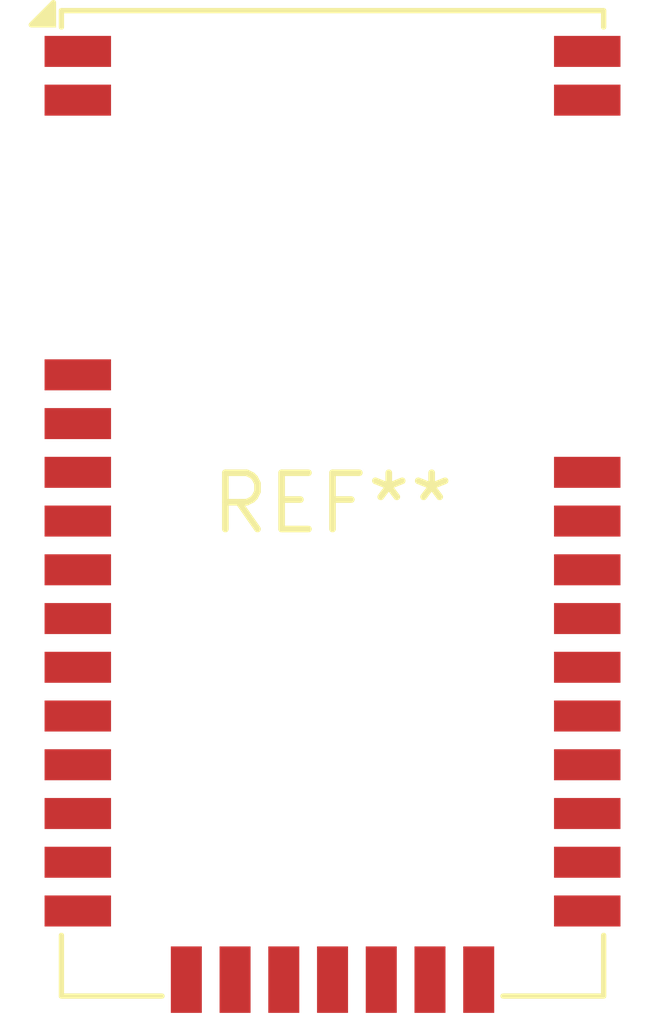
<source format=kicad_pcb>
(kicad_pcb (version 20240108) (generator pcbnew)
  (layers (0 "F.Cu" signal) (31 "B.Cu" signal) (34 "B.Paste" user) (35 "F.Paste" user) (36 "B.SilkS" user "B.Silkscreen") (37 "F.SilkS" user "F.Silkscreen") (38 "B.Mask" user) (39 "F.Mask" user) (44 "Edge.Cuts" user))
  (net 0 "")
  (footprint "BM78SPPS5xC2" (layer "F.Cu") (at 0 0)
    (property "Reference" "REF**")
    (property "Value" "BM78SPPS5xC2")
    (fp_line (start -6.12 -11.12) (end -6.12 -10.75) (layer "F.SilkS") (stroke (width 0.12)))
    (fp_line (start -6.12 -11.12) (end 6.12 -11.12) (layer "F.SilkS") (stroke (width 0.12)))
    (fp_line (start -6.12 9.75) (end -6.12 11.12) (layer "F.SilkS") (stroke (width 0.12)))
    (fp_line (start -6.12 11.12) (end -3.85 11.12) (layer "F.SilkS") (stroke (width 0.12)))
    (fp_line (start 6.12 -11.12) (end 6.12 -10.75) (layer "F.SilkS") (stroke (width 0.12)))
    (fp_line (start 6.12 11.12) (end 3.85 11.12) (layer "F.SilkS") (stroke (width 0.12)))
    (fp_line (start 6.12 11.12) (end 6.12 9.75) (layer "F.SilkS") (stroke (width 0.12)))
    (fp_poly (pts (xy -6.3 -10.8) (xy -6.8 -10.8) (xy -6.3 -11.3) (xy -6.3 -10.8)) (layer "F.SilkS") (stroke (width 0.12)) (fill solid))
    (pad "1" smd rect (at -5.75 -10.2 270) (size 0.7 1.5) (layers "F.Cu" "F.Paste" "F.Mask"))
    (pad "2" smd rect (at -5.75 -9.1 270) (size 0.7 1.5) (layers "F.Cu" "F.Paste" "F.Mask"))
    (pad "3" smd rect (at -5.75 -2.9 270) (size 0.7 1.5) (layers "F.Cu" "F.Paste" "F.Mask"))
    (pad "4" smd rect (at -5.75 -1.8 270) (size 0.7 1.5) (layers "F.Cu" "F.Paste" "F.Mask"))
    (pad "5" smd rect (at -5.75 -0.7 270) (size 0.7 1.5) (layers "F.Cu" "F.Paste" "F.Mask"))
    (pad "6" smd rect (at -5.75 0.4 270) (size 0.7 1.5) (layers "F.Cu" "F.Paste" "F.Mask"))
    (pad "7" smd rect (at -5.75 1.5 270) (size 0.7 1.5) (layers "F.Cu" "F.Paste" "F.Mask"))
    (pad "8" smd rect (at -5.75 2.6 270) (size 0.7 1.5) (layers "F.Cu" "F.Paste" "F.Mask"))
    (pad "9" smd rect (at -5.75 3.7 270) (size 0.7 1.5) (layers "F.Cu" "F.Paste" "F.Mask"))
    (pad "10" smd rect (at -5.75 4.8 270) (size 0.7 1.5) (layers "F.Cu" "F.Paste" "F.Mask"))
    (pad "11" smd rect (at -5.75 5.9 270) (size 0.7 1.5) (layers "F.Cu" "F.Paste" "F.Mask"))
    (pad "12" smd rect (at -5.75 7 270) (size 0.7 1.5) (layers "F.Cu" "F.Paste" "F.Mask"))
    (pad "13" smd rect (at -5.75 8.1 270) (size 0.7 1.5) (layers "F.Cu" "F.Paste" "F.Mask"))
    (pad "14" smd rect (at -5.75 9.2 270) (size 0.7 1.5) (layers "F.Cu" "F.Paste" "F.Mask"))
    (pad "15" smd rect (at -3.3 10.75) (size 0.7 1.5) (layers "F.Cu" "F.Paste" "F.Mask"))
    (pad "16" smd rect (at -2.2 10.75) (size 0.7 1.5) (layers "F.Cu" "F.Paste" "F.Mask"))
    (pad "17" smd rect (at -1.1 10.75) (size 0.7 1.5) (layers "F.Cu" "F.Paste" "F.Mask"))
    (pad "18" smd rect (at 0 10.75) (size 0.7 1.5) (layers "F.Cu" "F.Paste" "F.Mask"))
    (pad "19" smd rect (at 1.1 10.75) (size 0.7 1.5) (layers "F.Cu" "F.Paste" "F.Mask"))
    (pad "20" smd rect (at 2.2 10.75) (size 0.7 1.5) (layers "F.Cu" "F.Paste" "F.Mask"))
    (pad "21" smd rect (at 3.3 10.75) (size 0.7 1.5) (layers "F.Cu" "F.Paste" "F.Mask"))
    (pad "22" smd rect (at 5.75 9.2 270) (size 0.7 1.5) (layers "F.Cu" "F.Paste" "F.Mask"))
    (pad "23" smd rect (at 5.75 8.1 270) (size 0.7 1.5) (layers "F.Cu" "F.Paste" "F.Mask"))
    (pad "24" smd rect (at 5.75 7 270) (size 0.7 1.5) (layers "F.Cu" "F.Paste" "F.Mask"))
    (pad "25" smd rect (at 5.75 5.9 270) (size 0.7 1.5) (layers "F.Cu" "F.Paste" "F.Mask"))
    (pad "26" smd rect (at 5.75 4.8 270) (size 0.7 1.5) (layers "F.Cu" "F.Paste" "F.Mask"))
    (pad "27" smd rect (at 5.75 3.7 270) (size 0.7 1.5) (layers "F.Cu" "F.Paste" "F.Mask"))
    (pad "28" smd rect (at 5.75 2.6 270) (size 0.7 1.5) (layers "F.Cu" "F.Paste" "F.Mask"))
    (pad "29" smd rect (at 5.75 1.5 270) (size 0.7 1.5) (layers "F.Cu" "F.Paste" "F.Mask"))
    (pad "30" smd rect (at 5.75 0.4 270) (size 0.7 1.5) (layers "F.Cu" "F.Paste" "F.Mask"))
    (pad "31" smd rect (at 5.75 -0.7 270) (size 0.7 1.5) (layers "F.Cu" "F.Paste" "F.Mask"))
    (pad "32" smd rect (at 5.75 -9.1 270) (size 0.7 1.5) (layers "F.Cu" "F.Paste" "F.Mask"))
    (pad "33" smd rect (at 5.75 -10.2 270) (size 0.7 1.5) (layers "F.Cu" "F.Paste" "F.Mask"))
  )
)
</source>
